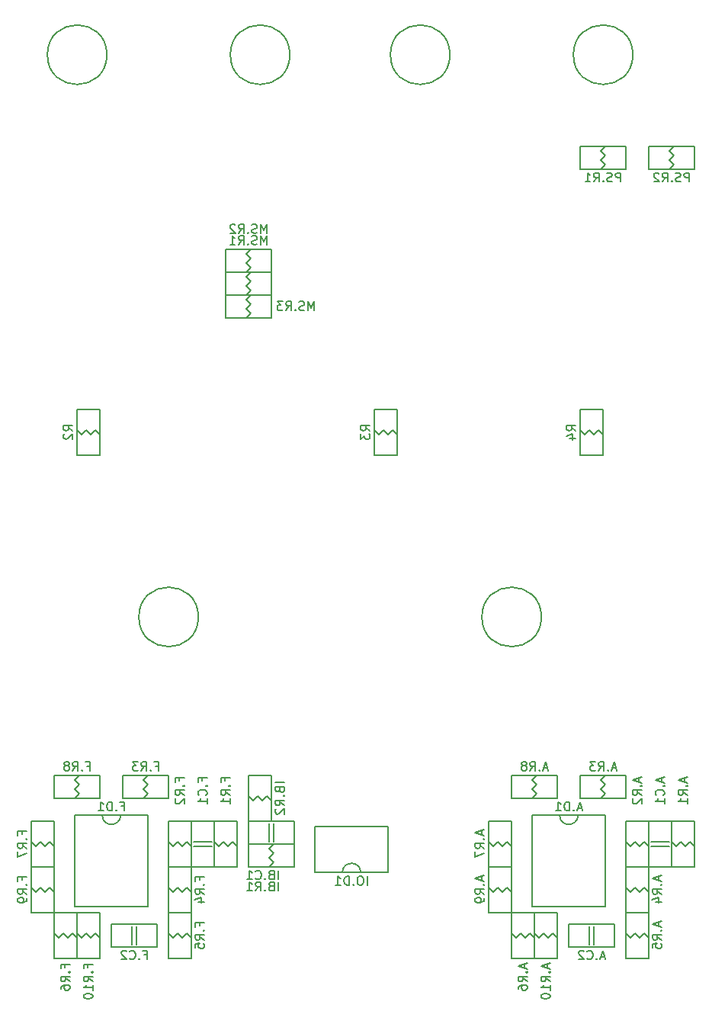
<source format=gbr>
G04 #@! TF.GenerationSoftware,KiCad,Pcbnew,5.1.6-c6e7f7d~87~ubuntu19.10.1*
G04 #@! TF.CreationDate,2021-08-21T16:07:25+06:00*
G04 #@! TF.ProjectId,salty_phaser_r1a,73616c74-795f-4706-9861-7365725f7231,1A*
G04 #@! TF.SameCoordinates,Original*
G04 #@! TF.FileFunction,Legend,Bot*
G04 #@! TF.FilePolarity,Positive*
%FSLAX46Y46*%
G04 Gerber Fmt 4.6, Leading zero omitted, Abs format (unit mm)*
G04 Created by KiCad (PCBNEW 5.1.6-c6e7f7d~87~ubuntu19.10.1) date 2021-08-21 16:07:25*
%MOMM*%
%LPD*%
G01*
G04 APERTURE LIST*
%ADD10C,0.200000*%
%ADD11R,2.300000X2.300000*%
%ADD12R,3.670000X2.400000*%
%ADD13C,2.400000*%
%ADD14R,2.400000X2.400000*%
%ADD15R,5.400000X3.400000*%
%ADD16R,3.400000X5.400000*%
%ADD17C,2.300000*%
%ADD18C,2.600000*%
%ADD19R,2.900000X4.400000*%
%ADD20O,2.900000X4.400000*%
%ADD21O,2.900000X5.400000*%
%ADD22R,2.900000X2.900000*%
%ADD23R,3.400000X3.400000*%
%ADD24C,2.900000*%
%ADD25R,2.200000X2.000000*%
%ADD26R,2.000000X2.200000*%
%ADD27C,6.400000*%
%ADD28R,2.600000X1.000000*%
G04 APERTURE END LIST*
D10*
X132080000Y-135890000D02*
X134620000Y-135890000D01*
X132080000Y-140970000D02*
X134620000Y-140970000D01*
X132080000Y-135890000D02*
X132080000Y-140970000D01*
X134620000Y-135890000D02*
X134620000Y-140970000D01*
X134112000Y-138176000D02*
X134620000Y-138684000D01*
X133604000Y-138684000D02*
X134112000Y-138176000D01*
X133096000Y-138176000D02*
X133604000Y-138684000D01*
X132588000Y-138684000D02*
X132080000Y-138176000D01*
X133096000Y-138176000D02*
X132588000Y-138684000D01*
X109220000Y-135890000D02*
X111760000Y-135890000D01*
X109220000Y-140970000D02*
X111760000Y-140970000D01*
X109220000Y-135890000D02*
X109220000Y-140970000D01*
X111760000Y-135890000D02*
X111760000Y-140970000D01*
X111252000Y-138176000D02*
X111760000Y-138684000D01*
X110744000Y-138684000D02*
X111252000Y-138176000D01*
X110236000Y-138176000D02*
X110744000Y-138684000D01*
X109728000Y-138684000D02*
X109220000Y-138176000D01*
X110236000Y-138176000D02*
X109728000Y-138684000D01*
X76200000Y-135890000D02*
X78740000Y-135890000D01*
X76200000Y-140970000D02*
X78740000Y-140970000D01*
X76200000Y-135890000D02*
X76200000Y-140970000D01*
X78740000Y-135890000D02*
X78740000Y-140970000D01*
X78232000Y-138176000D02*
X78740000Y-138684000D01*
X77724000Y-138684000D02*
X78232000Y-138176000D01*
X77216000Y-138176000D02*
X77724000Y-138684000D01*
X76708000Y-138684000D02*
X76200000Y-138176000D01*
X77216000Y-138176000D02*
X76708000Y-138684000D01*
X125984000Y-194564000D02*
X126492000Y-194056000D01*
X126492000Y-194056000D02*
X127000000Y-194564000D01*
X125984000Y-194564000D02*
X125476000Y-194056000D01*
X125476000Y-194056000D02*
X124968000Y-194564000D01*
X124968000Y-194564000D02*
X124460000Y-194056000D01*
X124460000Y-196850000D02*
X124460000Y-191770000D01*
X127000000Y-196850000D02*
X127000000Y-191770000D01*
X127000000Y-191770000D02*
X124460000Y-191770000D01*
X127000000Y-196850000D02*
X124460000Y-196850000D01*
X121920000Y-186690000D02*
X124460000Y-186690000D01*
X121920000Y-191770000D02*
X124460000Y-191770000D01*
X121920000Y-186690000D02*
X121920000Y-191770000D01*
X124460000Y-186690000D02*
X124460000Y-191770000D01*
X123952000Y-188976000D02*
X124460000Y-189484000D01*
X123444000Y-189484000D02*
X123952000Y-188976000D01*
X122936000Y-188976000D02*
X123444000Y-189484000D01*
X122428000Y-189484000D02*
X121920000Y-188976000D01*
X122936000Y-188976000D02*
X122428000Y-189484000D01*
X139700000Y-181610000D02*
X142240000Y-181610000D01*
X139700000Y-186690000D02*
X142240000Y-186690000D01*
X139954000Y-183896000D02*
X141986000Y-183896000D01*
X139954000Y-184404000D02*
X141986000Y-184404000D01*
X139700000Y-181610000D02*
X139700000Y-186690000D01*
X142240000Y-181610000D02*
X142240000Y-186690000D01*
X137160000Y-186690000D02*
X139700000Y-186690000D01*
X137160000Y-191770000D02*
X139700000Y-191770000D01*
X137160000Y-186690000D02*
X137160000Y-191770000D01*
X139700000Y-186690000D02*
X139700000Y-191770000D01*
X139192000Y-188976000D02*
X139700000Y-189484000D01*
X138684000Y-189484000D02*
X139192000Y-188976000D01*
X138176000Y-188976000D02*
X138684000Y-189484000D01*
X137668000Y-189484000D02*
X137160000Y-188976000D01*
X138176000Y-188976000D02*
X137668000Y-189484000D01*
X137160000Y-191770000D02*
X139700000Y-191770000D01*
X137160000Y-196850000D02*
X139700000Y-196850000D01*
X137160000Y-191770000D02*
X137160000Y-196850000D01*
X139700000Y-191770000D02*
X139700000Y-196850000D01*
X139192000Y-194056000D02*
X139700000Y-194564000D01*
X138684000Y-194564000D02*
X139192000Y-194056000D01*
X138176000Y-194056000D02*
X138684000Y-194564000D01*
X137668000Y-194564000D02*
X137160000Y-194056000D01*
X138176000Y-194056000D02*
X137668000Y-194564000D01*
X143256000Y-183896000D02*
X142748000Y-184404000D01*
X142748000Y-184404000D02*
X142240000Y-183896000D01*
X143256000Y-183896000D02*
X143764000Y-184404000D01*
X143764000Y-184404000D02*
X144272000Y-183896000D01*
X144272000Y-183896000D02*
X144780000Y-184404000D01*
X144780000Y-181610000D02*
X144780000Y-186690000D01*
X142240000Y-181610000D02*
X142240000Y-186690000D01*
X142240000Y-186690000D02*
X144780000Y-186690000D01*
X142240000Y-181610000D02*
X144780000Y-181610000D01*
X129540000Y-176530000D02*
X129540000Y-179070000D01*
X124460000Y-176530000D02*
X124460000Y-179070000D01*
X129540000Y-176530000D02*
X124460000Y-176530000D01*
X129540000Y-179070000D02*
X124460000Y-179070000D01*
X127254000Y-178562000D02*
X126746000Y-179070000D01*
X126746000Y-178054000D02*
X127254000Y-178562000D01*
X127254000Y-177546000D02*
X126746000Y-178054000D01*
X126746000Y-177038000D02*
X127254000Y-176530000D01*
X127254000Y-177546000D02*
X126746000Y-177038000D01*
X135890000Y-193040000D02*
X135890000Y-195580000D01*
X130810000Y-193040000D02*
X130810000Y-195580000D01*
X133604000Y-193294000D02*
X133604000Y-195326000D01*
X133096000Y-193294000D02*
X133096000Y-195326000D01*
X135890000Y-193040000D02*
X130810000Y-193040000D01*
X135890000Y-195580000D02*
X130810000Y-195580000D01*
X124460000Y-186690000D02*
X121920000Y-186690000D01*
X124460000Y-181610000D02*
X121920000Y-181610000D01*
X124460000Y-186690000D02*
X124460000Y-181610000D01*
X121920000Y-186690000D02*
X121920000Y-181610000D01*
X122428000Y-184404000D02*
X121920000Y-183896000D01*
X122936000Y-183896000D02*
X122428000Y-184404000D01*
X123444000Y-184404000D02*
X122936000Y-183896000D01*
X123952000Y-183896000D02*
X124460000Y-184404000D01*
X123444000Y-184404000D02*
X123952000Y-183896000D01*
X127000000Y-191770000D02*
X129540000Y-191770000D01*
X127000000Y-196850000D02*
X129540000Y-196850000D01*
X127000000Y-191770000D02*
X127000000Y-196850000D01*
X129540000Y-191770000D02*
X129540000Y-196850000D01*
X129032000Y-194056000D02*
X129540000Y-194564000D01*
X128524000Y-194564000D02*
X129032000Y-194056000D01*
X128016000Y-194056000D02*
X128524000Y-194564000D01*
X127508000Y-194564000D02*
X127000000Y-194056000D01*
X128016000Y-194056000D02*
X127508000Y-194564000D01*
X139700000Y-186690000D02*
X137160000Y-186690000D01*
X139700000Y-181610000D02*
X137160000Y-181610000D01*
X139700000Y-186690000D02*
X139700000Y-181610000D01*
X137160000Y-186690000D02*
X137160000Y-181610000D01*
X137668000Y-184404000D02*
X137160000Y-183896000D01*
X138176000Y-183896000D02*
X137668000Y-184404000D01*
X138684000Y-184404000D02*
X138176000Y-183896000D01*
X139192000Y-183896000D02*
X139700000Y-184404000D01*
X138684000Y-184404000D02*
X139192000Y-183896000D01*
X132080000Y-179070000D02*
X132080000Y-176530000D01*
X137160000Y-179070000D02*
X137160000Y-176530000D01*
X132080000Y-179070000D02*
X137160000Y-179070000D01*
X132080000Y-176530000D02*
X137160000Y-176530000D01*
X134366000Y-177038000D02*
X134874000Y-176530000D01*
X134874000Y-177546000D02*
X134366000Y-177038000D01*
X134366000Y-178054000D02*
X134874000Y-177546000D01*
X134874000Y-178562000D02*
X134366000Y-179070000D01*
X134366000Y-178054000D02*
X134874000Y-178562000D01*
X127762000Y-158950000D02*
G75*
G03*
X127762000Y-158950000I-3302000J0D01*
G01*
X89662000Y-158950000D02*
G75*
G03*
X89662000Y-158950000I-3302000J0D01*
G01*
X142494000Y-107696000D02*
X141986000Y-107188000D01*
X141986000Y-107188000D02*
X142494000Y-106680000D01*
X142494000Y-107696000D02*
X141986000Y-108204000D01*
X141986000Y-108204000D02*
X142494000Y-108712000D01*
X142494000Y-108712000D02*
X141986000Y-109220000D01*
X144780000Y-109220000D02*
X139700000Y-109220000D01*
X144780000Y-106680000D02*
X139700000Y-106680000D01*
X139700000Y-106680000D02*
X139700000Y-109220000D01*
X144780000Y-106680000D02*
X144780000Y-109220000D01*
X134874000Y-107696000D02*
X134366000Y-107188000D01*
X134366000Y-107188000D02*
X134874000Y-106680000D01*
X134874000Y-107696000D02*
X134366000Y-108204000D01*
X134366000Y-108204000D02*
X134874000Y-108712000D01*
X134874000Y-108712000D02*
X134366000Y-109220000D01*
X137160000Y-109220000D02*
X132080000Y-109220000D01*
X137160000Y-106680000D02*
X132080000Y-106680000D01*
X132080000Y-106680000D02*
X132080000Y-109220000D01*
X137160000Y-106680000D02*
X137160000Y-109220000D01*
X92710000Y-125730000D02*
X92710000Y-123190000D01*
X97790000Y-125730000D02*
X97790000Y-123190000D01*
X92710000Y-125730000D02*
X97790000Y-125730000D01*
X92710000Y-123190000D02*
X97790000Y-123190000D01*
X94996000Y-123698000D02*
X95504000Y-123190000D01*
X95504000Y-124206000D02*
X94996000Y-123698000D01*
X94996000Y-124714000D02*
X95504000Y-124206000D01*
X95504000Y-125222000D02*
X94996000Y-125730000D01*
X94996000Y-124714000D02*
X95504000Y-125222000D01*
X97790000Y-118110000D02*
X97790000Y-120650000D01*
X92710000Y-118110000D02*
X92710000Y-120650000D01*
X97790000Y-118110000D02*
X92710000Y-118110000D01*
X97790000Y-120650000D02*
X92710000Y-120650000D01*
X95504000Y-120142000D02*
X94996000Y-120650000D01*
X94996000Y-119634000D02*
X95504000Y-120142000D01*
X95504000Y-119126000D02*
X94996000Y-119634000D01*
X94996000Y-118618000D02*
X95504000Y-118110000D01*
X95504000Y-119126000D02*
X94996000Y-118618000D01*
X92710000Y-123190000D02*
X92710000Y-120650000D01*
X97790000Y-123190000D02*
X97790000Y-120650000D01*
X92710000Y-123190000D02*
X97790000Y-123190000D01*
X92710000Y-120650000D02*
X97790000Y-120650000D01*
X94996000Y-121158000D02*
X95504000Y-120650000D01*
X95504000Y-121666000D02*
X94996000Y-121158000D01*
X94996000Y-122174000D02*
X95504000Y-121666000D01*
X95504000Y-122682000D02*
X94996000Y-123190000D01*
X94996000Y-122174000D02*
X95504000Y-122682000D01*
X95250000Y-176530000D02*
X97790000Y-176530000D01*
X95250000Y-181610000D02*
X97790000Y-181610000D01*
X95250000Y-176530000D02*
X95250000Y-181610000D01*
X97790000Y-176530000D02*
X97790000Y-181610000D01*
X97282000Y-178816000D02*
X97790000Y-179324000D01*
X96774000Y-179324000D02*
X97282000Y-178816000D01*
X96266000Y-178816000D02*
X96774000Y-179324000D01*
X95758000Y-179324000D02*
X95250000Y-178816000D01*
X96266000Y-178816000D02*
X95758000Y-179324000D01*
X100330000Y-184150000D02*
X100330000Y-186690000D01*
X95250000Y-184150000D02*
X95250000Y-186690000D01*
X100330000Y-184150000D02*
X95250000Y-184150000D01*
X100330000Y-186690000D02*
X95250000Y-186690000D01*
X98044000Y-186182000D02*
X97536000Y-186690000D01*
X97536000Y-185674000D02*
X98044000Y-186182000D01*
X98044000Y-185166000D02*
X97536000Y-185674000D01*
X97536000Y-184658000D02*
X98044000Y-184150000D01*
X98044000Y-185166000D02*
X97536000Y-184658000D01*
X77216000Y-194056000D02*
X76708000Y-194564000D01*
X76708000Y-194564000D02*
X76200000Y-194056000D01*
X77216000Y-194056000D02*
X77724000Y-194564000D01*
X77724000Y-194564000D02*
X78232000Y-194056000D01*
X78232000Y-194056000D02*
X78740000Y-194564000D01*
X78740000Y-191770000D02*
X78740000Y-196850000D01*
X76200000Y-191770000D02*
X76200000Y-196850000D01*
X76200000Y-196850000D02*
X78740000Y-196850000D01*
X76200000Y-191770000D02*
X78740000Y-191770000D01*
X72136000Y-188976000D02*
X71628000Y-189484000D01*
X71628000Y-189484000D02*
X71120000Y-188976000D01*
X72136000Y-188976000D02*
X72644000Y-189484000D01*
X72644000Y-189484000D02*
X73152000Y-188976000D01*
X73152000Y-188976000D02*
X73660000Y-189484000D01*
X73660000Y-186690000D02*
X73660000Y-191770000D01*
X71120000Y-186690000D02*
X71120000Y-191770000D01*
X71120000Y-191770000D02*
X73660000Y-191770000D01*
X71120000Y-186690000D02*
X73660000Y-186690000D01*
X76454000Y-177546000D02*
X75946000Y-177038000D01*
X75946000Y-177038000D02*
X76454000Y-176530000D01*
X76454000Y-177546000D02*
X75946000Y-178054000D01*
X75946000Y-178054000D02*
X76454000Y-178562000D01*
X76454000Y-178562000D02*
X75946000Y-179070000D01*
X78740000Y-179070000D02*
X73660000Y-179070000D01*
X78740000Y-176530000D02*
X73660000Y-176530000D01*
X73660000Y-176530000D02*
X73660000Y-179070000D01*
X78740000Y-176530000D02*
X78740000Y-179070000D01*
X72644000Y-184404000D02*
X73152000Y-183896000D01*
X73152000Y-183896000D02*
X73660000Y-184404000D01*
X72644000Y-184404000D02*
X72136000Y-183896000D01*
X72136000Y-183896000D02*
X71628000Y-184404000D01*
X71628000Y-184404000D02*
X71120000Y-183896000D01*
X71120000Y-186690000D02*
X71120000Y-181610000D01*
X73660000Y-186690000D02*
X73660000Y-181610000D01*
X73660000Y-181610000D02*
X71120000Y-181610000D01*
X73660000Y-186690000D02*
X71120000Y-186690000D01*
X76200000Y-196850000D02*
X73660000Y-196850000D01*
X76200000Y-191770000D02*
X73660000Y-191770000D01*
X76200000Y-196850000D02*
X76200000Y-191770000D01*
X73660000Y-196850000D02*
X73660000Y-191770000D01*
X74168000Y-194564000D02*
X73660000Y-194056000D01*
X74676000Y-194056000D02*
X74168000Y-194564000D01*
X75184000Y-194564000D02*
X74676000Y-194056000D01*
X75692000Y-194056000D02*
X76200000Y-194564000D01*
X75184000Y-194564000D02*
X75692000Y-194056000D01*
X87376000Y-194056000D02*
X86868000Y-194564000D01*
X86868000Y-194564000D02*
X86360000Y-194056000D01*
X87376000Y-194056000D02*
X87884000Y-194564000D01*
X87884000Y-194564000D02*
X88392000Y-194056000D01*
X88392000Y-194056000D02*
X88900000Y-194564000D01*
X88900000Y-191770000D02*
X88900000Y-196850000D01*
X86360000Y-191770000D02*
X86360000Y-196850000D01*
X86360000Y-196850000D02*
X88900000Y-196850000D01*
X86360000Y-191770000D02*
X88900000Y-191770000D01*
X87376000Y-188976000D02*
X86868000Y-189484000D01*
X86868000Y-189484000D02*
X86360000Y-188976000D01*
X87376000Y-188976000D02*
X87884000Y-189484000D01*
X87884000Y-189484000D02*
X88392000Y-188976000D01*
X88392000Y-188976000D02*
X88900000Y-189484000D01*
X88900000Y-186690000D02*
X88900000Y-191770000D01*
X86360000Y-186690000D02*
X86360000Y-191770000D01*
X86360000Y-191770000D02*
X88900000Y-191770000D01*
X86360000Y-186690000D02*
X88900000Y-186690000D01*
X83566000Y-178054000D02*
X84074000Y-178562000D01*
X84074000Y-178562000D02*
X83566000Y-179070000D01*
X83566000Y-178054000D02*
X84074000Y-177546000D01*
X84074000Y-177546000D02*
X83566000Y-177038000D01*
X83566000Y-177038000D02*
X84074000Y-176530000D01*
X81280000Y-176530000D02*
X86360000Y-176530000D01*
X81280000Y-179070000D02*
X86360000Y-179070000D01*
X86360000Y-179070000D02*
X86360000Y-176530000D01*
X81280000Y-179070000D02*
X81280000Y-176530000D01*
X87884000Y-184404000D02*
X88392000Y-183896000D01*
X88392000Y-183896000D02*
X88900000Y-184404000D01*
X87884000Y-184404000D02*
X87376000Y-183896000D01*
X87376000Y-183896000D02*
X86868000Y-184404000D01*
X86868000Y-184404000D02*
X86360000Y-183896000D01*
X86360000Y-186690000D02*
X86360000Y-181610000D01*
X88900000Y-186690000D02*
X88900000Y-181610000D01*
X88900000Y-181610000D02*
X86360000Y-181610000D01*
X88900000Y-186690000D02*
X86360000Y-186690000D01*
X92456000Y-183896000D02*
X91948000Y-184404000D01*
X91948000Y-184404000D02*
X91440000Y-183896000D01*
X92456000Y-183896000D02*
X92964000Y-184404000D01*
X92964000Y-184404000D02*
X93472000Y-183896000D01*
X93472000Y-183896000D02*
X93980000Y-184404000D01*
X93980000Y-181610000D02*
X93980000Y-186690000D01*
X91440000Y-181610000D02*
X91440000Y-186690000D01*
X91440000Y-186690000D02*
X93980000Y-186690000D01*
X91440000Y-181610000D02*
X93980000Y-181610000D01*
X102616000Y-187325000D02*
X102616000Y-182245000D01*
X110744000Y-182245000D02*
X102616000Y-182245000D01*
X110744000Y-187325000D02*
X110744000Y-182245000D01*
X102616000Y-187325000D02*
X110744000Y-187325000D01*
X105664000Y-187325000D02*
G75*
G02*
X107696000Y-187325000I1016000J0D01*
G01*
X84074000Y-180975000D02*
X84074000Y-191135000D01*
X75946000Y-191135000D02*
X84074000Y-191135000D01*
X75946000Y-180975000D02*
X75946000Y-191135000D01*
X84074000Y-180975000D02*
X75946000Y-180975000D01*
X81026000Y-180975000D02*
G75*
G02*
X78994000Y-180975000I-1016000J0D01*
G01*
X134874000Y-180975000D02*
X126746000Y-180975000D01*
X126746000Y-180975000D02*
X126746000Y-191135000D01*
X126746000Y-191135000D02*
X134874000Y-191135000D01*
X134874000Y-180975000D02*
X134874000Y-191135000D01*
X131826000Y-180975000D02*
G75*
G02*
X129794000Y-180975000I-1016000J0D01*
G01*
X95250000Y-181610000D02*
X100330000Y-181610000D01*
X95250000Y-184150000D02*
X100330000Y-184150000D01*
X98044000Y-183896000D02*
X98044000Y-181864000D01*
X97536000Y-183896000D02*
X97536000Y-181864000D01*
X100330000Y-184150000D02*
X100330000Y-181610000D01*
X95250000Y-184150000D02*
X95250000Y-181610000D01*
X85090000Y-195580000D02*
X80010000Y-195580000D01*
X85090000Y-193040000D02*
X80010000Y-193040000D01*
X82296000Y-193294000D02*
X82296000Y-195326000D01*
X82804000Y-193294000D02*
X82804000Y-195326000D01*
X80010000Y-193040000D02*
X80010000Y-195580000D01*
X85090000Y-193040000D02*
X85090000Y-195580000D01*
X91440000Y-181610000D02*
X91440000Y-186690000D01*
X88900000Y-181610000D02*
X88900000Y-186690000D01*
X89154000Y-184404000D02*
X91186000Y-184404000D01*
X89154000Y-183896000D02*
X91186000Y-183896000D01*
X88900000Y-186690000D02*
X91440000Y-186690000D01*
X88900000Y-181610000D02*
X91440000Y-181610000D01*
X79502000Y-96520000D02*
G75*
G03*
X79502000Y-96520000I-3302000J0D01*
G01*
X99822000Y-96520000D02*
G75*
G03*
X99822000Y-96520000I-3302000J0D01*
G01*
X117602000Y-96520000D02*
G75*
G03*
X117602000Y-96520000I-3302000J0D01*
G01*
X137922000Y-96520000D02*
G75*
G03*
X137922000Y-96520000I-3302000J0D01*
G01*
X131579880Y-138263333D02*
X131103690Y-137930000D01*
X131579880Y-137691904D02*
X130579880Y-137691904D01*
X130579880Y-138072857D01*
X130627500Y-138168095D01*
X130675119Y-138215714D01*
X130770357Y-138263333D01*
X130913214Y-138263333D01*
X131008452Y-138215714D01*
X131056071Y-138168095D01*
X131103690Y-138072857D01*
X131103690Y-137691904D01*
X130913214Y-139120476D02*
X131579880Y-139120476D01*
X130532261Y-138882380D02*
X131246547Y-138644285D01*
X131246547Y-139263333D01*
X108719880Y-138263333D02*
X108243690Y-137930000D01*
X108719880Y-137691904D02*
X107719880Y-137691904D01*
X107719880Y-138072857D01*
X107767500Y-138168095D01*
X107815119Y-138215714D01*
X107910357Y-138263333D01*
X108053214Y-138263333D01*
X108148452Y-138215714D01*
X108196071Y-138168095D01*
X108243690Y-138072857D01*
X108243690Y-137691904D01*
X107719880Y-138596666D02*
X107719880Y-139215714D01*
X108100833Y-138882380D01*
X108100833Y-139025238D01*
X108148452Y-139120476D01*
X108196071Y-139168095D01*
X108291309Y-139215714D01*
X108529404Y-139215714D01*
X108624642Y-139168095D01*
X108672261Y-139120476D01*
X108719880Y-139025238D01*
X108719880Y-138739523D01*
X108672261Y-138644285D01*
X108624642Y-138596666D01*
X75699880Y-138263333D02*
X75223690Y-137930000D01*
X75699880Y-137691904D02*
X74699880Y-137691904D01*
X74699880Y-138072857D01*
X74747500Y-138168095D01*
X74795119Y-138215714D01*
X74890357Y-138263333D01*
X75033214Y-138263333D01*
X75128452Y-138215714D01*
X75176071Y-138168095D01*
X75223690Y-138072857D01*
X75223690Y-137691904D01*
X74795119Y-138644285D02*
X74747500Y-138691904D01*
X74699880Y-138787142D01*
X74699880Y-139025238D01*
X74747500Y-139120476D01*
X74795119Y-139168095D01*
X74890357Y-139215714D01*
X74985595Y-139215714D01*
X75128452Y-139168095D01*
X75699880Y-138596666D01*
X75699880Y-139215714D01*
X125896666Y-197487976D02*
X125896666Y-197964166D01*
X126182380Y-197392738D02*
X125182380Y-197726071D01*
X126182380Y-198059404D01*
X126087142Y-198392738D02*
X126134761Y-198440357D01*
X126182380Y-198392738D01*
X126134761Y-198345119D01*
X126087142Y-198392738D01*
X126182380Y-198392738D01*
X126182380Y-199440357D02*
X125706190Y-199107023D01*
X126182380Y-198868928D02*
X125182380Y-198868928D01*
X125182380Y-199249880D01*
X125230000Y-199345119D01*
X125277619Y-199392738D01*
X125372857Y-199440357D01*
X125515714Y-199440357D01*
X125610952Y-199392738D01*
X125658571Y-199345119D01*
X125706190Y-199249880D01*
X125706190Y-198868928D01*
X125182380Y-200297500D02*
X125182380Y-200107023D01*
X125230000Y-200011785D01*
X125277619Y-199964166D01*
X125420476Y-199868928D01*
X125610952Y-199821309D01*
X125991904Y-199821309D01*
X126087142Y-199868928D01*
X126134761Y-199916547D01*
X126182380Y-200011785D01*
X126182380Y-200202261D01*
X126134761Y-200297500D01*
X126087142Y-200345119D01*
X125991904Y-200392738D01*
X125753809Y-200392738D01*
X125658571Y-200345119D01*
X125610952Y-200297500D01*
X125563333Y-200202261D01*
X125563333Y-200011785D01*
X125610952Y-199916547D01*
X125658571Y-199868928D01*
X125753809Y-199821309D01*
X121134166Y-187777619D02*
X121134166Y-188253809D01*
X121419880Y-187682380D02*
X120419880Y-188015714D01*
X121419880Y-188349047D01*
X121324642Y-188682380D02*
X121372261Y-188730000D01*
X121419880Y-188682380D01*
X121372261Y-188634761D01*
X121324642Y-188682380D01*
X121419880Y-188682380D01*
X121419880Y-189730000D02*
X120943690Y-189396666D01*
X121419880Y-189158571D02*
X120419880Y-189158571D01*
X120419880Y-189539523D01*
X120467500Y-189634761D01*
X120515119Y-189682380D01*
X120610357Y-189730000D01*
X120753214Y-189730000D01*
X120848452Y-189682380D01*
X120896071Y-189634761D01*
X120943690Y-189539523D01*
X120943690Y-189158571D01*
X121419880Y-190206190D02*
X121419880Y-190396666D01*
X121372261Y-190491904D01*
X121324642Y-190539523D01*
X121181785Y-190634761D01*
X120991309Y-190682380D01*
X120610357Y-190682380D01*
X120515119Y-190634761D01*
X120467500Y-190587142D01*
X120419880Y-190491904D01*
X120419880Y-190301428D01*
X120467500Y-190206190D01*
X120515119Y-190158571D01*
X120610357Y-190110952D01*
X120848452Y-190110952D01*
X120943690Y-190158571D01*
X120991309Y-190206190D01*
X121038928Y-190301428D01*
X121038928Y-190491904D01*
X120991309Y-190587142D01*
X120943690Y-190634761D01*
X120848452Y-190682380D01*
X141136666Y-176797261D02*
X141136666Y-177273452D01*
X141422380Y-176702023D02*
X140422380Y-177035357D01*
X141422380Y-177368690D01*
X141327142Y-177702023D02*
X141374761Y-177749642D01*
X141422380Y-177702023D01*
X141374761Y-177654404D01*
X141327142Y-177702023D01*
X141422380Y-177702023D01*
X141327142Y-178749642D02*
X141374761Y-178702023D01*
X141422380Y-178559166D01*
X141422380Y-178463928D01*
X141374761Y-178321071D01*
X141279523Y-178225833D01*
X141184285Y-178178214D01*
X140993809Y-178130595D01*
X140850952Y-178130595D01*
X140660476Y-178178214D01*
X140565238Y-178225833D01*
X140470000Y-178321071D01*
X140422380Y-178463928D01*
X140422380Y-178559166D01*
X140470000Y-178702023D01*
X140517619Y-178749642D01*
X141422380Y-179702023D02*
X141422380Y-179130595D01*
X141422380Y-179416309D02*
X140422380Y-179416309D01*
X140565238Y-179321071D01*
X140660476Y-179225833D01*
X140708095Y-179130595D01*
X140819166Y-187777619D02*
X140819166Y-188253809D01*
X141104880Y-187682380D02*
X140104880Y-188015714D01*
X141104880Y-188349047D01*
X141009642Y-188682380D02*
X141057261Y-188730000D01*
X141104880Y-188682380D01*
X141057261Y-188634761D01*
X141009642Y-188682380D01*
X141104880Y-188682380D01*
X141104880Y-189730000D02*
X140628690Y-189396666D01*
X141104880Y-189158571D02*
X140104880Y-189158571D01*
X140104880Y-189539523D01*
X140152500Y-189634761D01*
X140200119Y-189682380D01*
X140295357Y-189730000D01*
X140438214Y-189730000D01*
X140533452Y-189682380D01*
X140581071Y-189634761D01*
X140628690Y-189539523D01*
X140628690Y-189158571D01*
X140438214Y-190587142D02*
X141104880Y-190587142D01*
X140057261Y-190349047D02*
X140771547Y-190110952D01*
X140771547Y-190730000D01*
X140819166Y-192857619D02*
X140819166Y-193333809D01*
X141104880Y-192762380D02*
X140104880Y-193095714D01*
X141104880Y-193429047D01*
X141009642Y-193762380D02*
X141057261Y-193810000D01*
X141104880Y-193762380D01*
X141057261Y-193714761D01*
X141009642Y-193762380D01*
X141104880Y-193762380D01*
X141104880Y-194810000D02*
X140628690Y-194476666D01*
X141104880Y-194238571D02*
X140104880Y-194238571D01*
X140104880Y-194619523D01*
X140152500Y-194714761D01*
X140200119Y-194762380D01*
X140295357Y-194810000D01*
X140438214Y-194810000D01*
X140533452Y-194762380D01*
X140581071Y-194714761D01*
X140628690Y-194619523D01*
X140628690Y-194238571D01*
X140104880Y-195714761D02*
X140104880Y-195238571D01*
X140581071Y-195190952D01*
X140533452Y-195238571D01*
X140485833Y-195333809D01*
X140485833Y-195571904D01*
X140533452Y-195667142D01*
X140581071Y-195714761D01*
X140676309Y-195762380D01*
X140914404Y-195762380D01*
X141009642Y-195714761D01*
X141057261Y-195667142D01*
X141104880Y-195571904D01*
X141104880Y-195333809D01*
X141057261Y-195238571D01*
X141009642Y-195190952D01*
X143676666Y-176797261D02*
X143676666Y-177273452D01*
X143962380Y-176702023D02*
X142962380Y-177035357D01*
X143962380Y-177368690D01*
X143867142Y-177702023D02*
X143914761Y-177749642D01*
X143962380Y-177702023D01*
X143914761Y-177654404D01*
X143867142Y-177702023D01*
X143962380Y-177702023D01*
X143962380Y-178749642D02*
X143486190Y-178416309D01*
X143962380Y-178178214D02*
X142962380Y-178178214D01*
X142962380Y-178559166D01*
X143010000Y-178654404D01*
X143057619Y-178702023D01*
X143152857Y-178749642D01*
X143295714Y-178749642D01*
X143390952Y-178702023D01*
X143438571Y-178654404D01*
X143486190Y-178559166D01*
X143486190Y-178178214D01*
X143962380Y-179702023D02*
X143962380Y-179130595D01*
X143962380Y-179416309D02*
X142962380Y-179416309D01*
X143105238Y-179321071D01*
X143200476Y-179225833D01*
X143248095Y-179130595D01*
X128452380Y-175744166D02*
X127976190Y-175744166D01*
X128547619Y-176029880D02*
X128214285Y-175029880D01*
X127880952Y-176029880D01*
X127547619Y-175934642D02*
X127500000Y-175982261D01*
X127547619Y-176029880D01*
X127595238Y-175982261D01*
X127547619Y-175934642D01*
X127547619Y-176029880D01*
X126500000Y-176029880D02*
X126833333Y-175553690D01*
X127071428Y-176029880D02*
X127071428Y-175029880D01*
X126690476Y-175029880D01*
X126595238Y-175077500D01*
X126547619Y-175125119D01*
X126500000Y-175220357D01*
X126500000Y-175363214D01*
X126547619Y-175458452D01*
X126595238Y-175506071D01*
X126690476Y-175553690D01*
X127071428Y-175553690D01*
X125928571Y-175458452D02*
X126023809Y-175410833D01*
X126071428Y-175363214D01*
X126119047Y-175267976D01*
X126119047Y-175220357D01*
X126071428Y-175125119D01*
X126023809Y-175077500D01*
X125928571Y-175029880D01*
X125738095Y-175029880D01*
X125642857Y-175077500D01*
X125595238Y-175125119D01*
X125547619Y-175220357D01*
X125547619Y-175267976D01*
X125595238Y-175363214D01*
X125642857Y-175410833D01*
X125738095Y-175458452D01*
X125928571Y-175458452D01*
X126023809Y-175506071D01*
X126071428Y-175553690D01*
X126119047Y-175648928D01*
X126119047Y-175839404D01*
X126071428Y-175934642D01*
X126023809Y-175982261D01*
X125928571Y-176029880D01*
X125738095Y-176029880D01*
X125642857Y-175982261D01*
X125595238Y-175934642D01*
X125547619Y-175839404D01*
X125547619Y-175648928D01*
X125595238Y-175553690D01*
X125642857Y-175506071D01*
X125738095Y-175458452D01*
X134802380Y-196699166D02*
X134326190Y-196699166D01*
X134897619Y-196984880D02*
X134564285Y-195984880D01*
X134230952Y-196984880D01*
X133897619Y-196889642D02*
X133850000Y-196937261D01*
X133897619Y-196984880D01*
X133945238Y-196937261D01*
X133897619Y-196889642D01*
X133897619Y-196984880D01*
X132850000Y-196889642D02*
X132897619Y-196937261D01*
X133040476Y-196984880D01*
X133135714Y-196984880D01*
X133278571Y-196937261D01*
X133373809Y-196842023D01*
X133421428Y-196746785D01*
X133469047Y-196556309D01*
X133469047Y-196413452D01*
X133421428Y-196222976D01*
X133373809Y-196127738D01*
X133278571Y-196032500D01*
X133135714Y-195984880D01*
X133040476Y-195984880D01*
X132897619Y-196032500D01*
X132850000Y-196080119D01*
X132469047Y-196080119D02*
X132421428Y-196032500D01*
X132326190Y-195984880D01*
X132088095Y-195984880D01*
X131992857Y-196032500D01*
X131945238Y-196080119D01*
X131897619Y-196175357D01*
X131897619Y-196270595D01*
X131945238Y-196413452D01*
X132516666Y-196984880D01*
X131897619Y-196984880D01*
X121134166Y-182697619D02*
X121134166Y-183173809D01*
X121419880Y-182602380D02*
X120419880Y-182935714D01*
X121419880Y-183269047D01*
X121324642Y-183602380D02*
X121372261Y-183650000D01*
X121419880Y-183602380D01*
X121372261Y-183554761D01*
X121324642Y-183602380D01*
X121419880Y-183602380D01*
X121419880Y-184650000D02*
X120943690Y-184316666D01*
X121419880Y-184078571D02*
X120419880Y-184078571D01*
X120419880Y-184459523D01*
X120467500Y-184554761D01*
X120515119Y-184602380D01*
X120610357Y-184650000D01*
X120753214Y-184650000D01*
X120848452Y-184602380D01*
X120896071Y-184554761D01*
X120943690Y-184459523D01*
X120943690Y-184078571D01*
X120419880Y-184983333D02*
X120419880Y-185650000D01*
X121419880Y-185221428D01*
X128436666Y-197487976D02*
X128436666Y-197964166D01*
X128722380Y-197392738D02*
X127722380Y-197726071D01*
X128722380Y-198059404D01*
X128627142Y-198392738D02*
X128674761Y-198440357D01*
X128722380Y-198392738D01*
X128674761Y-198345119D01*
X128627142Y-198392738D01*
X128722380Y-198392738D01*
X128722380Y-199440357D02*
X128246190Y-199107023D01*
X128722380Y-198868928D02*
X127722380Y-198868928D01*
X127722380Y-199249880D01*
X127770000Y-199345119D01*
X127817619Y-199392738D01*
X127912857Y-199440357D01*
X128055714Y-199440357D01*
X128150952Y-199392738D01*
X128198571Y-199345119D01*
X128246190Y-199249880D01*
X128246190Y-198868928D01*
X128722380Y-200392738D02*
X128722380Y-199821309D01*
X128722380Y-200107023D02*
X127722380Y-200107023D01*
X127865238Y-200011785D01*
X127960476Y-199916547D01*
X128008095Y-199821309D01*
X127722380Y-201011785D02*
X127722380Y-201107023D01*
X127770000Y-201202261D01*
X127817619Y-201249880D01*
X127912857Y-201297500D01*
X128103333Y-201345119D01*
X128341428Y-201345119D01*
X128531904Y-201297500D01*
X128627142Y-201249880D01*
X128674761Y-201202261D01*
X128722380Y-201107023D01*
X128722380Y-201011785D01*
X128674761Y-200916547D01*
X128627142Y-200868928D01*
X128531904Y-200821309D01*
X128341428Y-200773690D01*
X128103333Y-200773690D01*
X127912857Y-200821309D01*
X127817619Y-200868928D01*
X127770000Y-200916547D01*
X127722380Y-201011785D01*
X138596666Y-176797261D02*
X138596666Y-177273452D01*
X138882380Y-176702023D02*
X137882380Y-177035357D01*
X138882380Y-177368690D01*
X138787142Y-177702023D02*
X138834761Y-177749642D01*
X138882380Y-177702023D01*
X138834761Y-177654404D01*
X138787142Y-177702023D01*
X138882380Y-177702023D01*
X138882380Y-178749642D02*
X138406190Y-178416309D01*
X138882380Y-178178214D02*
X137882380Y-178178214D01*
X137882380Y-178559166D01*
X137930000Y-178654404D01*
X137977619Y-178702023D01*
X138072857Y-178749642D01*
X138215714Y-178749642D01*
X138310952Y-178702023D01*
X138358571Y-178654404D01*
X138406190Y-178559166D01*
X138406190Y-178178214D01*
X137977619Y-179130595D02*
X137930000Y-179178214D01*
X137882380Y-179273452D01*
X137882380Y-179511547D01*
X137930000Y-179606785D01*
X137977619Y-179654404D01*
X138072857Y-179702023D01*
X138168095Y-179702023D01*
X138310952Y-179654404D01*
X138882380Y-179082976D01*
X138882380Y-179702023D01*
X136072380Y-175744166D02*
X135596190Y-175744166D01*
X136167619Y-176029880D02*
X135834285Y-175029880D01*
X135500952Y-176029880D01*
X135167619Y-175934642D02*
X135120000Y-175982261D01*
X135167619Y-176029880D01*
X135215238Y-175982261D01*
X135167619Y-175934642D01*
X135167619Y-176029880D01*
X134120000Y-176029880D02*
X134453333Y-175553690D01*
X134691428Y-176029880D02*
X134691428Y-175029880D01*
X134310476Y-175029880D01*
X134215238Y-175077500D01*
X134167619Y-175125119D01*
X134120000Y-175220357D01*
X134120000Y-175363214D01*
X134167619Y-175458452D01*
X134215238Y-175506071D01*
X134310476Y-175553690D01*
X134691428Y-175553690D01*
X133786666Y-175029880D02*
X133167619Y-175029880D01*
X133500952Y-175410833D01*
X133358095Y-175410833D01*
X133262857Y-175458452D01*
X133215238Y-175506071D01*
X133167619Y-175601309D01*
X133167619Y-175839404D01*
X133215238Y-175934642D01*
X133262857Y-175982261D01*
X133358095Y-176029880D01*
X133643809Y-176029880D01*
X133739047Y-175982261D01*
X133786666Y-175934642D01*
X144192380Y-110624880D02*
X144192380Y-109624880D01*
X143811428Y-109624880D01*
X143716190Y-109672500D01*
X143668571Y-109720119D01*
X143620952Y-109815357D01*
X143620952Y-109958214D01*
X143668571Y-110053452D01*
X143716190Y-110101071D01*
X143811428Y-110148690D01*
X144192380Y-110148690D01*
X143240000Y-110577261D02*
X143097142Y-110624880D01*
X142859047Y-110624880D01*
X142763809Y-110577261D01*
X142716190Y-110529642D01*
X142668571Y-110434404D01*
X142668571Y-110339166D01*
X142716190Y-110243928D01*
X142763809Y-110196309D01*
X142859047Y-110148690D01*
X143049523Y-110101071D01*
X143144761Y-110053452D01*
X143192380Y-110005833D01*
X143240000Y-109910595D01*
X143240000Y-109815357D01*
X143192380Y-109720119D01*
X143144761Y-109672500D01*
X143049523Y-109624880D01*
X142811428Y-109624880D01*
X142668571Y-109672500D01*
X142240000Y-110529642D02*
X142192380Y-110577261D01*
X142240000Y-110624880D01*
X142287619Y-110577261D01*
X142240000Y-110529642D01*
X142240000Y-110624880D01*
X141192380Y-110624880D02*
X141525714Y-110148690D01*
X141763809Y-110624880D02*
X141763809Y-109624880D01*
X141382857Y-109624880D01*
X141287619Y-109672500D01*
X141240000Y-109720119D01*
X141192380Y-109815357D01*
X141192380Y-109958214D01*
X141240000Y-110053452D01*
X141287619Y-110101071D01*
X141382857Y-110148690D01*
X141763809Y-110148690D01*
X140811428Y-109720119D02*
X140763809Y-109672500D01*
X140668571Y-109624880D01*
X140430476Y-109624880D01*
X140335238Y-109672500D01*
X140287619Y-109720119D01*
X140240000Y-109815357D01*
X140240000Y-109910595D01*
X140287619Y-110053452D01*
X140859047Y-110624880D01*
X140240000Y-110624880D01*
X136572380Y-110624880D02*
X136572380Y-109624880D01*
X136191428Y-109624880D01*
X136096190Y-109672500D01*
X136048571Y-109720119D01*
X136000952Y-109815357D01*
X136000952Y-109958214D01*
X136048571Y-110053452D01*
X136096190Y-110101071D01*
X136191428Y-110148690D01*
X136572380Y-110148690D01*
X135620000Y-110577261D02*
X135477142Y-110624880D01*
X135239047Y-110624880D01*
X135143809Y-110577261D01*
X135096190Y-110529642D01*
X135048571Y-110434404D01*
X135048571Y-110339166D01*
X135096190Y-110243928D01*
X135143809Y-110196309D01*
X135239047Y-110148690D01*
X135429523Y-110101071D01*
X135524761Y-110053452D01*
X135572380Y-110005833D01*
X135620000Y-109910595D01*
X135620000Y-109815357D01*
X135572380Y-109720119D01*
X135524761Y-109672500D01*
X135429523Y-109624880D01*
X135191428Y-109624880D01*
X135048571Y-109672500D01*
X134620000Y-110529642D02*
X134572380Y-110577261D01*
X134620000Y-110624880D01*
X134667619Y-110577261D01*
X134620000Y-110529642D01*
X134620000Y-110624880D01*
X133572380Y-110624880D02*
X133905714Y-110148690D01*
X134143809Y-110624880D02*
X134143809Y-109624880D01*
X133762857Y-109624880D01*
X133667619Y-109672500D01*
X133620000Y-109720119D01*
X133572380Y-109815357D01*
X133572380Y-109958214D01*
X133620000Y-110053452D01*
X133667619Y-110101071D01*
X133762857Y-110148690D01*
X134143809Y-110148690D01*
X132620000Y-110624880D02*
X133191428Y-110624880D01*
X132905714Y-110624880D02*
X132905714Y-109624880D01*
X133000952Y-109767738D01*
X133096190Y-109862976D01*
X133191428Y-109910595D01*
X102523214Y-124912380D02*
X102523214Y-123912380D01*
X102189880Y-124626666D01*
X101856547Y-123912380D01*
X101856547Y-124912380D01*
X101427976Y-124864761D02*
X101285119Y-124912380D01*
X101047023Y-124912380D01*
X100951785Y-124864761D01*
X100904166Y-124817142D01*
X100856547Y-124721904D01*
X100856547Y-124626666D01*
X100904166Y-124531428D01*
X100951785Y-124483809D01*
X101047023Y-124436190D01*
X101237500Y-124388571D01*
X101332738Y-124340952D01*
X101380357Y-124293333D01*
X101427976Y-124198095D01*
X101427976Y-124102857D01*
X101380357Y-124007619D01*
X101332738Y-123960000D01*
X101237500Y-123912380D01*
X100999404Y-123912380D01*
X100856547Y-123960000D01*
X100427976Y-124817142D02*
X100380357Y-124864761D01*
X100427976Y-124912380D01*
X100475595Y-124864761D01*
X100427976Y-124817142D01*
X100427976Y-124912380D01*
X99380357Y-124912380D02*
X99713690Y-124436190D01*
X99951785Y-124912380D02*
X99951785Y-123912380D01*
X99570833Y-123912380D01*
X99475595Y-123960000D01*
X99427976Y-124007619D01*
X99380357Y-124102857D01*
X99380357Y-124245714D01*
X99427976Y-124340952D01*
X99475595Y-124388571D01*
X99570833Y-124436190D01*
X99951785Y-124436190D01*
X99047023Y-123912380D02*
X98427976Y-123912380D01*
X98761309Y-124293333D01*
X98618452Y-124293333D01*
X98523214Y-124340952D01*
X98475595Y-124388571D01*
X98427976Y-124483809D01*
X98427976Y-124721904D01*
X98475595Y-124817142D01*
X98523214Y-124864761D01*
X98618452Y-124912380D01*
X98904166Y-124912380D01*
X98999404Y-124864761D01*
X99047023Y-124817142D01*
X97273809Y-116339880D02*
X97273809Y-115339880D01*
X96940476Y-116054166D01*
X96607142Y-115339880D01*
X96607142Y-116339880D01*
X96178571Y-116292261D02*
X96035714Y-116339880D01*
X95797619Y-116339880D01*
X95702380Y-116292261D01*
X95654761Y-116244642D01*
X95607142Y-116149404D01*
X95607142Y-116054166D01*
X95654761Y-115958928D01*
X95702380Y-115911309D01*
X95797619Y-115863690D01*
X95988095Y-115816071D01*
X96083333Y-115768452D01*
X96130952Y-115720833D01*
X96178571Y-115625595D01*
X96178571Y-115530357D01*
X96130952Y-115435119D01*
X96083333Y-115387500D01*
X95988095Y-115339880D01*
X95750000Y-115339880D01*
X95607142Y-115387500D01*
X95178571Y-116244642D02*
X95130952Y-116292261D01*
X95178571Y-116339880D01*
X95226190Y-116292261D01*
X95178571Y-116244642D01*
X95178571Y-116339880D01*
X94130952Y-116339880D02*
X94464285Y-115863690D01*
X94702380Y-116339880D02*
X94702380Y-115339880D01*
X94321428Y-115339880D01*
X94226190Y-115387500D01*
X94178571Y-115435119D01*
X94130952Y-115530357D01*
X94130952Y-115673214D01*
X94178571Y-115768452D01*
X94226190Y-115816071D01*
X94321428Y-115863690D01*
X94702380Y-115863690D01*
X93750000Y-115435119D02*
X93702380Y-115387500D01*
X93607142Y-115339880D01*
X93369047Y-115339880D01*
X93273809Y-115387500D01*
X93226190Y-115435119D01*
X93178571Y-115530357D01*
X93178571Y-115625595D01*
X93226190Y-115768452D01*
X93797619Y-116339880D01*
X93178571Y-116339880D01*
X97273809Y-117609880D02*
X97273809Y-116609880D01*
X96940476Y-117324166D01*
X96607142Y-116609880D01*
X96607142Y-117609880D01*
X96178571Y-117562261D02*
X96035714Y-117609880D01*
X95797619Y-117609880D01*
X95702380Y-117562261D01*
X95654761Y-117514642D01*
X95607142Y-117419404D01*
X95607142Y-117324166D01*
X95654761Y-117228928D01*
X95702380Y-117181309D01*
X95797619Y-117133690D01*
X95988095Y-117086071D01*
X96083333Y-117038452D01*
X96130952Y-116990833D01*
X96178571Y-116895595D01*
X96178571Y-116800357D01*
X96130952Y-116705119D01*
X96083333Y-116657500D01*
X95988095Y-116609880D01*
X95750000Y-116609880D01*
X95607142Y-116657500D01*
X95178571Y-117514642D02*
X95130952Y-117562261D01*
X95178571Y-117609880D01*
X95226190Y-117562261D01*
X95178571Y-117514642D01*
X95178571Y-117609880D01*
X94130952Y-117609880D02*
X94464285Y-117133690D01*
X94702380Y-117609880D02*
X94702380Y-116609880D01*
X94321428Y-116609880D01*
X94226190Y-116657500D01*
X94178571Y-116705119D01*
X94130952Y-116800357D01*
X94130952Y-116943214D01*
X94178571Y-117038452D01*
X94226190Y-117086071D01*
X94321428Y-117133690D01*
X94702380Y-117133690D01*
X93178571Y-117609880D02*
X93750000Y-117609880D01*
X93464285Y-117609880D02*
X93464285Y-116609880D01*
X93559523Y-116752738D01*
X93654761Y-116847976D01*
X93750000Y-116895595D01*
X99194880Y-177355714D02*
X98194880Y-177355714D01*
X98671071Y-178165238D02*
X98718690Y-178308095D01*
X98766309Y-178355714D01*
X98861547Y-178403333D01*
X99004404Y-178403333D01*
X99099642Y-178355714D01*
X99147261Y-178308095D01*
X99194880Y-178212857D01*
X99194880Y-177831904D01*
X98194880Y-177831904D01*
X98194880Y-178165238D01*
X98242500Y-178260476D01*
X98290119Y-178308095D01*
X98385357Y-178355714D01*
X98480595Y-178355714D01*
X98575833Y-178308095D01*
X98623452Y-178260476D01*
X98671071Y-178165238D01*
X98671071Y-177831904D01*
X99099642Y-178831904D02*
X99147261Y-178879523D01*
X99194880Y-178831904D01*
X99147261Y-178784285D01*
X99099642Y-178831904D01*
X99194880Y-178831904D01*
X99194880Y-179879523D02*
X98718690Y-179546190D01*
X99194880Y-179308095D02*
X98194880Y-179308095D01*
X98194880Y-179689047D01*
X98242500Y-179784285D01*
X98290119Y-179831904D01*
X98385357Y-179879523D01*
X98528214Y-179879523D01*
X98623452Y-179831904D01*
X98671071Y-179784285D01*
X98718690Y-179689047D01*
X98718690Y-179308095D01*
X98290119Y-180260476D02*
X98242500Y-180308095D01*
X98194880Y-180403333D01*
X98194880Y-180641428D01*
X98242500Y-180736666D01*
X98290119Y-180784285D01*
X98385357Y-180831904D01*
X98480595Y-180831904D01*
X98623452Y-180784285D01*
X99194880Y-180212857D01*
X99194880Y-180831904D01*
X98551785Y-189364880D02*
X98551785Y-188364880D01*
X97742261Y-188841071D02*
X97599404Y-188888690D01*
X97551785Y-188936309D01*
X97504166Y-189031547D01*
X97504166Y-189174404D01*
X97551785Y-189269642D01*
X97599404Y-189317261D01*
X97694642Y-189364880D01*
X98075595Y-189364880D01*
X98075595Y-188364880D01*
X97742261Y-188364880D01*
X97647023Y-188412500D01*
X97599404Y-188460119D01*
X97551785Y-188555357D01*
X97551785Y-188650595D01*
X97599404Y-188745833D01*
X97647023Y-188793452D01*
X97742261Y-188841071D01*
X98075595Y-188841071D01*
X97075595Y-189269642D02*
X97027976Y-189317261D01*
X97075595Y-189364880D01*
X97123214Y-189317261D01*
X97075595Y-189269642D01*
X97075595Y-189364880D01*
X96027976Y-189364880D02*
X96361309Y-188888690D01*
X96599404Y-189364880D02*
X96599404Y-188364880D01*
X96218452Y-188364880D01*
X96123214Y-188412500D01*
X96075595Y-188460119D01*
X96027976Y-188555357D01*
X96027976Y-188698214D01*
X96075595Y-188793452D01*
X96123214Y-188841071D01*
X96218452Y-188888690D01*
X96599404Y-188888690D01*
X95075595Y-189364880D02*
X95647023Y-189364880D01*
X95361309Y-189364880D02*
X95361309Y-188364880D01*
X95456547Y-188507738D01*
X95551785Y-188602976D01*
X95647023Y-188650595D01*
X77398571Y-197868928D02*
X77398571Y-197535595D01*
X77922380Y-197535595D02*
X76922380Y-197535595D01*
X76922380Y-198011785D01*
X77827142Y-198392738D02*
X77874761Y-198440357D01*
X77922380Y-198392738D01*
X77874761Y-198345119D01*
X77827142Y-198392738D01*
X77922380Y-198392738D01*
X77922380Y-199440357D02*
X77446190Y-199107023D01*
X77922380Y-198868928D02*
X76922380Y-198868928D01*
X76922380Y-199249880D01*
X76970000Y-199345119D01*
X77017619Y-199392738D01*
X77112857Y-199440357D01*
X77255714Y-199440357D01*
X77350952Y-199392738D01*
X77398571Y-199345119D01*
X77446190Y-199249880D01*
X77446190Y-198868928D01*
X77922380Y-200392738D02*
X77922380Y-199821309D01*
X77922380Y-200107023D02*
X76922380Y-200107023D01*
X77065238Y-200011785D01*
X77160476Y-199916547D01*
X77208095Y-199821309D01*
X76922380Y-201011785D02*
X76922380Y-201107023D01*
X76970000Y-201202261D01*
X77017619Y-201249880D01*
X77112857Y-201297500D01*
X77303333Y-201345119D01*
X77541428Y-201345119D01*
X77731904Y-201297500D01*
X77827142Y-201249880D01*
X77874761Y-201202261D01*
X77922380Y-201107023D01*
X77922380Y-201011785D01*
X77874761Y-200916547D01*
X77827142Y-200868928D01*
X77731904Y-200821309D01*
X77541428Y-200773690D01*
X77303333Y-200773690D01*
X77112857Y-200821309D01*
X77017619Y-200868928D01*
X76970000Y-200916547D01*
X76922380Y-201011785D01*
X70096071Y-188158571D02*
X70096071Y-187825238D01*
X70619880Y-187825238D02*
X69619880Y-187825238D01*
X69619880Y-188301428D01*
X70524642Y-188682380D02*
X70572261Y-188730000D01*
X70619880Y-188682380D01*
X70572261Y-188634761D01*
X70524642Y-188682380D01*
X70619880Y-188682380D01*
X70619880Y-189730000D02*
X70143690Y-189396666D01*
X70619880Y-189158571D02*
X69619880Y-189158571D01*
X69619880Y-189539523D01*
X69667500Y-189634761D01*
X69715119Y-189682380D01*
X69810357Y-189730000D01*
X69953214Y-189730000D01*
X70048452Y-189682380D01*
X70096071Y-189634761D01*
X70143690Y-189539523D01*
X70143690Y-189158571D01*
X70619880Y-190206190D02*
X70619880Y-190396666D01*
X70572261Y-190491904D01*
X70524642Y-190539523D01*
X70381785Y-190634761D01*
X70191309Y-190682380D01*
X69810357Y-190682380D01*
X69715119Y-190634761D01*
X69667500Y-190587142D01*
X69619880Y-190491904D01*
X69619880Y-190301428D01*
X69667500Y-190206190D01*
X69715119Y-190158571D01*
X69810357Y-190110952D01*
X70048452Y-190110952D01*
X70143690Y-190158571D01*
X70191309Y-190206190D01*
X70238928Y-190301428D01*
X70238928Y-190491904D01*
X70191309Y-190587142D01*
X70143690Y-190634761D01*
X70048452Y-190682380D01*
X77271428Y-175506071D02*
X77604761Y-175506071D01*
X77604761Y-176029880D02*
X77604761Y-175029880D01*
X77128571Y-175029880D01*
X76747619Y-175934642D02*
X76700000Y-175982261D01*
X76747619Y-176029880D01*
X76795238Y-175982261D01*
X76747619Y-175934642D01*
X76747619Y-176029880D01*
X75700000Y-176029880D02*
X76033333Y-175553690D01*
X76271428Y-176029880D02*
X76271428Y-175029880D01*
X75890476Y-175029880D01*
X75795238Y-175077500D01*
X75747619Y-175125119D01*
X75700000Y-175220357D01*
X75700000Y-175363214D01*
X75747619Y-175458452D01*
X75795238Y-175506071D01*
X75890476Y-175553690D01*
X76271428Y-175553690D01*
X75128571Y-175458452D02*
X75223809Y-175410833D01*
X75271428Y-175363214D01*
X75319047Y-175267976D01*
X75319047Y-175220357D01*
X75271428Y-175125119D01*
X75223809Y-175077500D01*
X75128571Y-175029880D01*
X74938095Y-175029880D01*
X74842857Y-175077500D01*
X74795238Y-175125119D01*
X74747619Y-175220357D01*
X74747619Y-175267976D01*
X74795238Y-175363214D01*
X74842857Y-175410833D01*
X74938095Y-175458452D01*
X75128571Y-175458452D01*
X75223809Y-175506071D01*
X75271428Y-175553690D01*
X75319047Y-175648928D01*
X75319047Y-175839404D01*
X75271428Y-175934642D01*
X75223809Y-175982261D01*
X75128571Y-176029880D01*
X74938095Y-176029880D01*
X74842857Y-175982261D01*
X74795238Y-175934642D01*
X74747619Y-175839404D01*
X74747619Y-175648928D01*
X74795238Y-175553690D01*
X74842857Y-175506071D01*
X74938095Y-175458452D01*
X70096071Y-183078571D02*
X70096071Y-182745238D01*
X70619880Y-182745238D02*
X69619880Y-182745238D01*
X69619880Y-183221428D01*
X70524642Y-183602380D02*
X70572261Y-183650000D01*
X70619880Y-183602380D01*
X70572261Y-183554761D01*
X70524642Y-183602380D01*
X70619880Y-183602380D01*
X70619880Y-184650000D02*
X70143690Y-184316666D01*
X70619880Y-184078571D02*
X69619880Y-184078571D01*
X69619880Y-184459523D01*
X69667500Y-184554761D01*
X69715119Y-184602380D01*
X69810357Y-184650000D01*
X69953214Y-184650000D01*
X70048452Y-184602380D01*
X70096071Y-184554761D01*
X70143690Y-184459523D01*
X70143690Y-184078571D01*
X69619880Y-184983333D02*
X69619880Y-185650000D01*
X70619880Y-185221428D01*
X74858571Y-197868928D02*
X74858571Y-197535595D01*
X75382380Y-197535595D02*
X74382380Y-197535595D01*
X74382380Y-198011785D01*
X75287142Y-198392738D02*
X75334761Y-198440357D01*
X75382380Y-198392738D01*
X75334761Y-198345119D01*
X75287142Y-198392738D01*
X75382380Y-198392738D01*
X75382380Y-199440357D02*
X74906190Y-199107023D01*
X75382380Y-198868928D02*
X74382380Y-198868928D01*
X74382380Y-199249880D01*
X74430000Y-199345119D01*
X74477619Y-199392738D01*
X74572857Y-199440357D01*
X74715714Y-199440357D01*
X74810952Y-199392738D01*
X74858571Y-199345119D01*
X74906190Y-199249880D01*
X74906190Y-198868928D01*
X74382380Y-200297500D02*
X74382380Y-200107023D01*
X74430000Y-200011785D01*
X74477619Y-199964166D01*
X74620476Y-199868928D01*
X74810952Y-199821309D01*
X75191904Y-199821309D01*
X75287142Y-199868928D01*
X75334761Y-199916547D01*
X75382380Y-200011785D01*
X75382380Y-200202261D01*
X75334761Y-200297500D01*
X75287142Y-200345119D01*
X75191904Y-200392738D01*
X74953809Y-200392738D01*
X74858571Y-200345119D01*
X74810952Y-200297500D01*
X74763333Y-200202261D01*
X74763333Y-200011785D01*
X74810952Y-199916547D01*
X74858571Y-199868928D01*
X74953809Y-199821309D01*
X89781071Y-193238571D02*
X89781071Y-192905238D01*
X90304880Y-192905238D02*
X89304880Y-192905238D01*
X89304880Y-193381428D01*
X90209642Y-193762380D02*
X90257261Y-193810000D01*
X90304880Y-193762380D01*
X90257261Y-193714761D01*
X90209642Y-193762380D01*
X90304880Y-193762380D01*
X90304880Y-194810000D02*
X89828690Y-194476666D01*
X90304880Y-194238571D02*
X89304880Y-194238571D01*
X89304880Y-194619523D01*
X89352500Y-194714761D01*
X89400119Y-194762380D01*
X89495357Y-194810000D01*
X89638214Y-194810000D01*
X89733452Y-194762380D01*
X89781071Y-194714761D01*
X89828690Y-194619523D01*
X89828690Y-194238571D01*
X89304880Y-195714761D02*
X89304880Y-195238571D01*
X89781071Y-195190952D01*
X89733452Y-195238571D01*
X89685833Y-195333809D01*
X89685833Y-195571904D01*
X89733452Y-195667142D01*
X89781071Y-195714761D01*
X89876309Y-195762380D01*
X90114404Y-195762380D01*
X90209642Y-195714761D01*
X90257261Y-195667142D01*
X90304880Y-195571904D01*
X90304880Y-195333809D01*
X90257261Y-195238571D01*
X90209642Y-195190952D01*
X89781071Y-188158571D02*
X89781071Y-187825238D01*
X90304880Y-187825238D02*
X89304880Y-187825238D01*
X89304880Y-188301428D01*
X90209642Y-188682380D02*
X90257261Y-188730000D01*
X90304880Y-188682380D01*
X90257261Y-188634761D01*
X90209642Y-188682380D01*
X90304880Y-188682380D01*
X90304880Y-189730000D02*
X89828690Y-189396666D01*
X90304880Y-189158571D02*
X89304880Y-189158571D01*
X89304880Y-189539523D01*
X89352500Y-189634761D01*
X89400119Y-189682380D01*
X89495357Y-189730000D01*
X89638214Y-189730000D01*
X89733452Y-189682380D01*
X89781071Y-189634761D01*
X89828690Y-189539523D01*
X89828690Y-189158571D01*
X89638214Y-190587142D02*
X90304880Y-190587142D01*
X89257261Y-190349047D02*
X89971547Y-190110952D01*
X89971547Y-190730000D01*
X84891428Y-175506071D02*
X85224761Y-175506071D01*
X85224761Y-176029880D02*
X85224761Y-175029880D01*
X84748571Y-175029880D01*
X84367619Y-175934642D02*
X84320000Y-175982261D01*
X84367619Y-176029880D01*
X84415238Y-175982261D01*
X84367619Y-175934642D01*
X84367619Y-176029880D01*
X83320000Y-176029880D02*
X83653333Y-175553690D01*
X83891428Y-176029880D02*
X83891428Y-175029880D01*
X83510476Y-175029880D01*
X83415238Y-175077500D01*
X83367619Y-175125119D01*
X83320000Y-175220357D01*
X83320000Y-175363214D01*
X83367619Y-175458452D01*
X83415238Y-175506071D01*
X83510476Y-175553690D01*
X83891428Y-175553690D01*
X82986666Y-175029880D02*
X82367619Y-175029880D01*
X82700952Y-175410833D01*
X82558095Y-175410833D01*
X82462857Y-175458452D01*
X82415238Y-175506071D01*
X82367619Y-175601309D01*
X82367619Y-175839404D01*
X82415238Y-175934642D01*
X82462857Y-175982261D01*
X82558095Y-176029880D01*
X82843809Y-176029880D01*
X82939047Y-175982261D01*
X82986666Y-175934642D01*
X87558571Y-177178214D02*
X87558571Y-176844880D01*
X88082380Y-176844880D02*
X87082380Y-176844880D01*
X87082380Y-177321071D01*
X87987142Y-177702023D02*
X88034761Y-177749642D01*
X88082380Y-177702023D01*
X88034761Y-177654404D01*
X87987142Y-177702023D01*
X88082380Y-177702023D01*
X88082380Y-178749642D02*
X87606190Y-178416309D01*
X88082380Y-178178214D02*
X87082380Y-178178214D01*
X87082380Y-178559166D01*
X87130000Y-178654404D01*
X87177619Y-178702023D01*
X87272857Y-178749642D01*
X87415714Y-178749642D01*
X87510952Y-178702023D01*
X87558571Y-178654404D01*
X87606190Y-178559166D01*
X87606190Y-178178214D01*
X87177619Y-179130595D02*
X87130000Y-179178214D01*
X87082380Y-179273452D01*
X87082380Y-179511547D01*
X87130000Y-179606785D01*
X87177619Y-179654404D01*
X87272857Y-179702023D01*
X87368095Y-179702023D01*
X87510952Y-179654404D01*
X88082380Y-179082976D01*
X88082380Y-179702023D01*
X92638571Y-177178214D02*
X92638571Y-176844880D01*
X93162380Y-176844880D02*
X92162380Y-176844880D01*
X92162380Y-177321071D01*
X93067142Y-177702023D02*
X93114761Y-177749642D01*
X93162380Y-177702023D01*
X93114761Y-177654404D01*
X93067142Y-177702023D01*
X93162380Y-177702023D01*
X93162380Y-178749642D02*
X92686190Y-178416309D01*
X93162380Y-178178214D02*
X92162380Y-178178214D01*
X92162380Y-178559166D01*
X92210000Y-178654404D01*
X92257619Y-178702023D01*
X92352857Y-178749642D01*
X92495714Y-178749642D01*
X92590952Y-178702023D01*
X92638571Y-178654404D01*
X92686190Y-178559166D01*
X92686190Y-178178214D01*
X93162380Y-179702023D02*
X93162380Y-179130595D01*
X93162380Y-179416309D02*
X92162380Y-179416309D01*
X92305238Y-179321071D01*
X92400476Y-179225833D01*
X92448095Y-179130595D01*
X108418095Y-188729880D02*
X108418095Y-187729880D01*
X107751428Y-187729880D02*
X107560952Y-187729880D01*
X107465714Y-187777500D01*
X107370476Y-187872738D01*
X107322857Y-188063214D01*
X107322857Y-188396547D01*
X107370476Y-188587023D01*
X107465714Y-188682261D01*
X107560952Y-188729880D01*
X107751428Y-188729880D01*
X107846666Y-188682261D01*
X107941904Y-188587023D01*
X107989523Y-188396547D01*
X107989523Y-188063214D01*
X107941904Y-187872738D01*
X107846666Y-187777500D01*
X107751428Y-187729880D01*
X106894285Y-188634642D02*
X106846666Y-188682261D01*
X106894285Y-188729880D01*
X106941904Y-188682261D01*
X106894285Y-188634642D01*
X106894285Y-188729880D01*
X106418095Y-188729880D02*
X106418095Y-187729880D01*
X106180000Y-187729880D01*
X106037142Y-187777500D01*
X105941904Y-187872738D01*
X105894285Y-187967976D01*
X105846666Y-188158452D01*
X105846666Y-188301309D01*
X105894285Y-188491785D01*
X105941904Y-188587023D01*
X106037142Y-188682261D01*
X106180000Y-188729880D01*
X106418095Y-188729880D01*
X104894285Y-188729880D02*
X105465714Y-188729880D01*
X105180000Y-188729880D02*
X105180000Y-187729880D01*
X105275238Y-187872738D01*
X105370476Y-187967976D01*
X105465714Y-188015595D01*
X81081428Y-179951071D02*
X81414761Y-179951071D01*
X81414761Y-180474880D02*
X81414761Y-179474880D01*
X80938571Y-179474880D01*
X80557619Y-180379642D02*
X80510000Y-180427261D01*
X80557619Y-180474880D01*
X80605238Y-180427261D01*
X80557619Y-180379642D01*
X80557619Y-180474880D01*
X80081428Y-180474880D02*
X80081428Y-179474880D01*
X79843333Y-179474880D01*
X79700476Y-179522500D01*
X79605238Y-179617738D01*
X79557619Y-179712976D01*
X79510000Y-179903452D01*
X79510000Y-180046309D01*
X79557619Y-180236785D01*
X79605238Y-180332023D01*
X79700476Y-180427261D01*
X79843333Y-180474880D01*
X80081428Y-180474880D01*
X78557619Y-180474880D02*
X79129047Y-180474880D01*
X78843333Y-180474880D02*
X78843333Y-179474880D01*
X78938571Y-179617738D01*
X79033809Y-179712976D01*
X79129047Y-179760595D01*
X132262380Y-180189166D02*
X131786190Y-180189166D01*
X132357619Y-180474880D02*
X132024285Y-179474880D01*
X131690952Y-180474880D01*
X131357619Y-180379642D02*
X131310000Y-180427261D01*
X131357619Y-180474880D01*
X131405238Y-180427261D01*
X131357619Y-180379642D01*
X131357619Y-180474880D01*
X130881428Y-180474880D02*
X130881428Y-179474880D01*
X130643333Y-179474880D01*
X130500476Y-179522500D01*
X130405238Y-179617738D01*
X130357619Y-179712976D01*
X130310000Y-179903452D01*
X130310000Y-180046309D01*
X130357619Y-180236785D01*
X130405238Y-180332023D01*
X130500476Y-180427261D01*
X130643333Y-180474880D01*
X130881428Y-180474880D01*
X129357619Y-180474880D02*
X129929047Y-180474880D01*
X129643333Y-180474880D02*
X129643333Y-179474880D01*
X129738571Y-179617738D01*
X129833809Y-179712976D01*
X129929047Y-179760595D01*
X98551785Y-188094880D02*
X98551785Y-187094880D01*
X97742261Y-187571071D02*
X97599404Y-187618690D01*
X97551785Y-187666309D01*
X97504166Y-187761547D01*
X97504166Y-187904404D01*
X97551785Y-187999642D01*
X97599404Y-188047261D01*
X97694642Y-188094880D01*
X98075595Y-188094880D01*
X98075595Y-187094880D01*
X97742261Y-187094880D01*
X97647023Y-187142500D01*
X97599404Y-187190119D01*
X97551785Y-187285357D01*
X97551785Y-187380595D01*
X97599404Y-187475833D01*
X97647023Y-187523452D01*
X97742261Y-187571071D01*
X98075595Y-187571071D01*
X97075595Y-187999642D02*
X97027976Y-188047261D01*
X97075595Y-188094880D01*
X97123214Y-188047261D01*
X97075595Y-187999642D01*
X97075595Y-188094880D01*
X96027976Y-187999642D02*
X96075595Y-188047261D01*
X96218452Y-188094880D01*
X96313690Y-188094880D01*
X96456547Y-188047261D01*
X96551785Y-187952023D01*
X96599404Y-187856785D01*
X96647023Y-187666309D01*
X96647023Y-187523452D01*
X96599404Y-187332976D01*
X96551785Y-187237738D01*
X96456547Y-187142500D01*
X96313690Y-187094880D01*
X96218452Y-187094880D01*
X96075595Y-187142500D01*
X96027976Y-187190119D01*
X95075595Y-188094880D02*
X95647023Y-188094880D01*
X95361309Y-188094880D02*
X95361309Y-187094880D01*
X95456547Y-187237738D01*
X95551785Y-187332976D01*
X95647023Y-187380595D01*
X83621428Y-196461071D02*
X83954761Y-196461071D01*
X83954761Y-196984880D02*
X83954761Y-195984880D01*
X83478571Y-195984880D01*
X83097619Y-196889642D02*
X83050000Y-196937261D01*
X83097619Y-196984880D01*
X83145238Y-196937261D01*
X83097619Y-196889642D01*
X83097619Y-196984880D01*
X82050000Y-196889642D02*
X82097619Y-196937261D01*
X82240476Y-196984880D01*
X82335714Y-196984880D01*
X82478571Y-196937261D01*
X82573809Y-196842023D01*
X82621428Y-196746785D01*
X82669047Y-196556309D01*
X82669047Y-196413452D01*
X82621428Y-196222976D01*
X82573809Y-196127738D01*
X82478571Y-196032500D01*
X82335714Y-195984880D01*
X82240476Y-195984880D01*
X82097619Y-196032500D01*
X82050000Y-196080119D01*
X81669047Y-196080119D02*
X81621428Y-196032500D01*
X81526190Y-195984880D01*
X81288095Y-195984880D01*
X81192857Y-196032500D01*
X81145238Y-196080119D01*
X81097619Y-196175357D01*
X81097619Y-196270595D01*
X81145238Y-196413452D01*
X81716666Y-196984880D01*
X81097619Y-196984880D01*
X90098571Y-177178214D02*
X90098571Y-176844880D01*
X90622380Y-176844880D02*
X89622380Y-176844880D01*
X89622380Y-177321071D01*
X90527142Y-177702023D02*
X90574761Y-177749642D01*
X90622380Y-177702023D01*
X90574761Y-177654404D01*
X90527142Y-177702023D01*
X90622380Y-177702023D01*
X90527142Y-178749642D02*
X90574761Y-178702023D01*
X90622380Y-178559166D01*
X90622380Y-178463928D01*
X90574761Y-178321071D01*
X90479523Y-178225833D01*
X90384285Y-178178214D01*
X90193809Y-178130595D01*
X90050952Y-178130595D01*
X89860476Y-178178214D01*
X89765238Y-178225833D01*
X89670000Y-178321071D01*
X89622380Y-178463928D01*
X89622380Y-178559166D01*
X89670000Y-178702023D01*
X89717619Y-178749642D01*
X90622380Y-179702023D02*
X90622380Y-179130595D01*
X90622380Y-179416309D02*
X89622380Y-179416309D01*
X89765238Y-179321071D01*
X89860476Y-179225833D01*
X89908095Y-179130595D01*
%LPC*%
D11*
X119380000Y-170180000D03*
X121920000Y-170180000D03*
X124460000Y-170180000D03*
X88900000Y-170180000D03*
X91440000Y-170180000D03*
X86360000Y-170180000D03*
D12*
X136525000Y-104140000D03*
D13*
X133350000Y-104140000D03*
X140970000Y-104140000D03*
D14*
X143510000Y-104140000D03*
D13*
X96520000Y-107950000D03*
D14*
X93980000Y-107950000D03*
D11*
X93980000Y-128270000D03*
X86360000Y-128270000D03*
X91440000Y-128270000D03*
X88900000Y-128270000D03*
X96520000Y-128270000D03*
X124460000Y-128270000D03*
X121920000Y-128270000D03*
X119380000Y-128270000D03*
X116840000Y-128270000D03*
X114300000Y-128270000D03*
X106680000Y-134620000D03*
X104140000Y-134620000D03*
X105410000Y-202565000D03*
D15*
X105410000Y-106210000D03*
D16*
X100610000Y-103710000D03*
D15*
X105410000Y-100210000D03*
D17*
X138430000Y-139700000D03*
G36*
G01*
X138890000Y-138310000D02*
X137970000Y-138310000D01*
G75*
G02*
X137280000Y-137620000I0J690000D01*
G01*
X137280000Y-136700000D01*
G75*
G02*
X137970000Y-136010000I690000J0D01*
G01*
X138890000Y-136010000D01*
G75*
G02*
X139580000Y-136700000I0J-690000D01*
G01*
X139580000Y-137620000D01*
G75*
G02*
X138890000Y-138310000I-690000J0D01*
G01*
G37*
G36*
G01*
X105870000Y-138310000D02*
X104950000Y-138310000D01*
G75*
G02*
X104260000Y-137620000I0J690000D01*
G01*
X104260000Y-136700000D01*
G75*
G02*
X104950000Y-136010000I690000J0D01*
G01*
X105870000Y-136010000D01*
G75*
G02*
X106560000Y-136700000I0J-690000D01*
G01*
X106560000Y-137620000D01*
G75*
G02*
X105870000Y-138310000I-690000J0D01*
G01*
G37*
X105410000Y-139700000D03*
X72390000Y-139700000D03*
G36*
G01*
X72850000Y-138310000D02*
X71930000Y-138310000D01*
G75*
G02*
X71240000Y-137620000I0J690000D01*
G01*
X71240000Y-136700000D01*
G75*
G02*
X71930000Y-136010000I690000J0D01*
G01*
X72850000Y-136010000D01*
G75*
G02*
X73540000Y-136700000I0J-690000D01*
G01*
X73540000Y-137620000D01*
G75*
G02*
X72850000Y-138310000I-690000J0D01*
G01*
G37*
G36*
G01*
X105870000Y-178950000D02*
X104950000Y-178950000D01*
G75*
G02*
X104260000Y-178260000I0J690000D01*
G01*
X104260000Y-177340000D01*
G75*
G02*
X104950000Y-176650000I690000J0D01*
G01*
X105870000Y-176650000D01*
G75*
G02*
X106560000Y-177340000I0J-690000D01*
G01*
X106560000Y-178260000D01*
G75*
G02*
X105870000Y-178950000I-690000J0D01*
G01*
G37*
X105410000Y-180340000D03*
D18*
X90560000Y-119330000D03*
D19*
X86360000Y-107830000D03*
D20*
X83860000Y-122830000D03*
D21*
X88860000Y-123330000D03*
D18*
X82160000Y-119330000D03*
X90560000Y-107830000D03*
X82160000Y-107830000D03*
X128660000Y-119330000D03*
D19*
X124460000Y-107830000D03*
D20*
X121960000Y-122830000D03*
D21*
X126960000Y-123330000D03*
D18*
X120260000Y-119330000D03*
X128660000Y-107830000D03*
X120260000Y-107830000D03*
D17*
X111760000Y-101600000D03*
D11*
X111760000Y-109220000D03*
D22*
X110410000Y-194310000D03*
X110410000Y-198310000D03*
X110410000Y-190310000D03*
X105410000Y-194310000D03*
X105410000Y-198310000D03*
X105410000Y-190310000D03*
X100410000Y-190310000D03*
X100410000Y-194310000D03*
X100410000Y-198310000D03*
D23*
X121920000Y-140830000D03*
X126620000Y-140830000D03*
X117220000Y-140830000D03*
X126620000Y-136030000D03*
X121920000Y-136030000D03*
X117220000Y-136030000D03*
X88900000Y-140830000D03*
X93600000Y-140830000D03*
X84200000Y-140830000D03*
X93600000Y-136030000D03*
X88900000Y-136030000D03*
X84200000Y-136030000D03*
D24*
X100410001Y-167610254D03*
X110722592Y-160373505D03*
X96749746Y-163950000D03*
X100097408Y-157526495D03*
X95410000Y-158950000D03*
X96749746Y-153950001D03*
X100410000Y-150289746D03*
X105410000Y-148950000D03*
X110409999Y-150289746D03*
X114070254Y-153950000D03*
X115410000Y-158950000D03*
X114070254Y-163949999D03*
X110410000Y-167610254D03*
X105410000Y-168950000D03*
D25*
X133350000Y-139830000D03*
X133350000Y-137030000D03*
X110490000Y-139830000D03*
X110490000Y-137030000D03*
X77470000Y-139830000D03*
X77470000Y-137030000D03*
X125730000Y-195710000D03*
X125730000Y-192910000D03*
X123190000Y-190630000D03*
X123190000Y-187830000D03*
X140970000Y-185550000D03*
X140970000Y-182750000D03*
X138430000Y-190630000D03*
X138430000Y-187830000D03*
X138430000Y-195710000D03*
X138430000Y-192910000D03*
X143510000Y-182750000D03*
X143510000Y-185550000D03*
D26*
X125600000Y-177800000D03*
X128400000Y-177800000D03*
X131950000Y-194310000D03*
X134750000Y-194310000D03*
D25*
X123190000Y-182750000D03*
X123190000Y-185550000D03*
X128270000Y-195710000D03*
X128270000Y-192910000D03*
X138430000Y-182750000D03*
X138430000Y-185550000D03*
D26*
X136020000Y-177800000D03*
X133220000Y-177800000D03*
D27*
X124460000Y-158950000D03*
X86360000Y-158950000D03*
D26*
X143640000Y-107950000D03*
X140840000Y-107950000D03*
X136020000Y-107950000D03*
X133220000Y-107950000D03*
X96650000Y-124460000D03*
X93850000Y-124460000D03*
X93850000Y-119380000D03*
X96650000Y-119380000D03*
X96650000Y-121920000D03*
X93850000Y-121920000D03*
D25*
X96520000Y-180470000D03*
X96520000Y-177670000D03*
D26*
X96390000Y-185420000D03*
X99190000Y-185420000D03*
D25*
X77470000Y-192910000D03*
X77470000Y-195710000D03*
X72390000Y-187830000D03*
X72390000Y-190630000D03*
D26*
X77600000Y-177800000D03*
X74800000Y-177800000D03*
D25*
X72390000Y-185550000D03*
X72390000Y-182750000D03*
X74930000Y-192910000D03*
X74930000Y-195710000D03*
X87630000Y-192910000D03*
X87630000Y-195710000D03*
X87630000Y-187830000D03*
X87630000Y-190630000D03*
D26*
X82420000Y-177800000D03*
X85220000Y-177800000D03*
D25*
X87630000Y-185550000D03*
X87630000Y-182750000D03*
X92710000Y-182750000D03*
X92710000Y-185550000D03*
D28*
X109280000Y-186690000D03*
X109280000Y-185420000D03*
X109280000Y-184150000D03*
X109280000Y-182880000D03*
X104080000Y-182880000D03*
X104080000Y-184150000D03*
X104080000Y-185420000D03*
X104080000Y-186690000D03*
X77410000Y-190500000D03*
X77410000Y-189230000D03*
X77410000Y-187960000D03*
X77410000Y-186690000D03*
X82610000Y-190500000D03*
X82610000Y-189230000D03*
X82610000Y-187960000D03*
X82610000Y-186690000D03*
X77410000Y-181610000D03*
X77410000Y-182880000D03*
X77410000Y-184150000D03*
X77410000Y-185420000D03*
X82610000Y-185420000D03*
X82610000Y-184150000D03*
X82610000Y-182880000D03*
X82610000Y-181610000D03*
X133410000Y-181610000D03*
X133410000Y-182880000D03*
X133410000Y-184150000D03*
X133410000Y-185420000D03*
X128210000Y-185420000D03*
X128210000Y-184150000D03*
X128210000Y-182880000D03*
X128210000Y-181610000D03*
X133410000Y-186690000D03*
X133410000Y-187960000D03*
X133410000Y-189230000D03*
X133410000Y-190500000D03*
X128210000Y-186690000D03*
X128210000Y-187960000D03*
X128210000Y-189230000D03*
X128210000Y-190500000D03*
D26*
X96390000Y-182880000D03*
X99190000Y-182880000D03*
X83950000Y-194310000D03*
X81150000Y-194310000D03*
D25*
X90170000Y-182750000D03*
X90170000Y-185550000D03*
D27*
X76200000Y-96520000D03*
X96520000Y-96520000D03*
X114300000Y-96520000D03*
X134620000Y-96520000D03*
M02*

</source>
